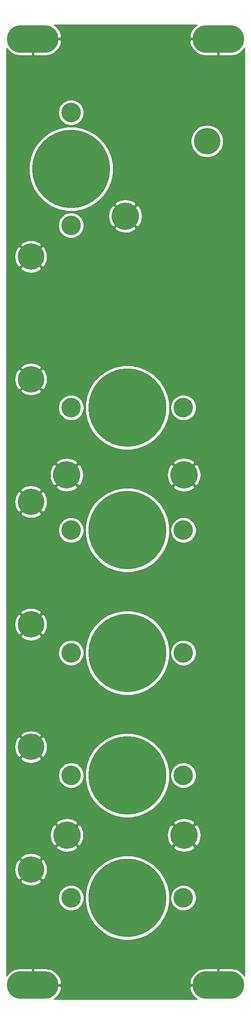
<source format=gbr>
G04 #@! TF.GenerationSoftware,KiCad,Pcbnew,(5.1.7)-1*
G04 #@! TF.CreationDate,2021-12-31T12:27:06+00:00*
G04 #@! TF.ProjectId,Panel,50616e65-6c2e-46b6-9963-61645f706362,rev?*
G04 #@! TF.SameCoordinates,Original*
G04 #@! TF.FileFunction,Copper,L2,Bot*
G04 #@! TF.FilePolarity,Positive*
%FSLAX46Y46*%
G04 Gerber Fmt 4.6, Leading zero omitted, Abs format (unit mm)*
G04 Created by KiCad (PCBNEW (5.1.7)-1) date 2021-12-31 12:27:06*
%MOMM*%
%LPD*%
G01*
G04 APERTURE LIST*
G04 #@! TA.AperFunction,ComponentPad*
%ADD10C,5.600000*%
G04 #@! TD*
G04 #@! TA.AperFunction,ComponentPad*
%ADD11C,4.000000*%
G04 #@! TD*
G04 #@! TA.AperFunction,ComponentPad*
%ADD12C,16.000000*%
G04 #@! TD*
G04 #@! TA.AperFunction,ComponentPad*
%ADD13C,5.400000*%
G04 #@! TD*
G04 #@! TA.AperFunction,ComponentPad*
%ADD14O,10.600000X5.600000*%
G04 #@! TD*
G04 #@! TA.AperFunction,Conductor*
%ADD15C,0.254000*%
G04 #@! TD*
G04 #@! TA.AperFunction,Conductor*
%ADD16C,0.100000*%
G04 #@! TD*
G04 APERTURE END LIST*
D10*
X171350000Y-121380000D03*
X171330000Y-47890000D03*
D11*
X148220000Y-134180000D03*
X171220000Y-134180000D03*
D12*
X159720000Y-134180000D03*
X159720000Y-109180000D03*
D11*
X171220000Y-109180000D03*
X148220000Y-109180000D03*
D12*
X159720000Y-84180000D03*
D11*
X171220000Y-84180000D03*
X148220000Y-84180000D03*
X148220000Y-59180000D03*
X171220000Y-59180000D03*
D12*
X159720000Y-59180000D03*
X159720000Y-34180000D03*
D11*
X171220000Y-34180000D03*
X148220000Y-34180000D03*
X148210000Y3010000D03*
X148210000Y26010000D03*
D12*
X148210000Y14510000D03*
D13*
X140010000Y-78380000D03*
X140010000Y-128380000D03*
X140010000Y-103380000D03*
X140010000Y-53380000D03*
X140010000Y-28380000D03*
X176060000Y20180000D03*
X140010000Y-3380000D03*
D10*
X147350000Y-121380000D03*
X147330000Y-47890000D03*
X159330000Y4900000D03*
D14*
X140362000Y-151962000D03*
X178362000Y-151962000D03*
X178362000Y41038000D03*
X140362000Y41038000D03*
D15*
X173848020Y43823540D02*
X173343286Y43377109D01*
X172935345Y42840787D01*
X172639874Y42235185D01*
X172491478Y41700421D01*
X172588212Y41165000D01*
X178235000Y41165000D01*
X178235000Y41185000D01*
X178489000Y41185000D01*
X178489000Y41165000D01*
X178509000Y41165000D01*
X178509000Y40911000D01*
X178489000Y40911000D01*
X178489000Y37603000D01*
X180989000Y37603000D01*
X181656695Y37693779D01*
X182293850Y37913075D01*
X182875980Y38252460D01*
X183380714Y38698891D01*
X183702001Y39121289D01*
X183702000Y-150045287D01*
X183380714Y-149622891D01*
X182875980Y-149176460D01*
X182293850Y-148837075D01*
X181656695Y-148617779D01*
X180989000Y-148527000D01*
X178489000Y-148527000D01*
X178489000Y-151835000D01*
X178509000Y-151835000D01*
X178509000Y-152089000D01*
X178489000Y-152089000D01*
X178489000Y-152109000D01*
X178235000Y-152109000D01*
X178235000Y-152089000D01*
X172588212Y-152089000D01*
X172491478Y-152624421D01*
X172639874Y-153159185D01*
X172935345Y-153764787D01*
X173343286Y-154301109D01*
X173848020Y-154747540D01*
X173941432Y-154802000D01*
X144782568Y-154802000D01*
X144875980Y-154747540D01*
X145380714Y-154301109D01*
X145788655Y-153764787D01*
X146084126Y-153159185D01*
X146232522Y-152624421D01*
X146135788Y-152089000D01*
X140489000Y-152089000D01*
X140489000Y-152109000D01*
X140235000Y-152109000D01*
X140235000Y-152089000D01*
X140215000Y-152089000D01*
X140215000Y-151835000D01*
X140235000Y-151835000D01*
X140235000Y-148527000D01*
X140489000Y-148527000D01*
X140489000Y-151835000D01*
X146135788Y-151835000D01*
X146232522Y-151299579D01*
X172491478Y-151299579D01*
X172588212Y-151835000D01*
X178235000Y-151835000D01*
X178235000Y-148527000D01*
X175735000Y-148527000D01*
X175067305Y-148617779D01*
X174430150Y-148837075D01*
X173848020Y-149176460D01*
X173343286Y-149622891D01*
X172935345Y-150159213D01*
X172639874Y-150764815D01*
X172491478Y-151299579D01*
X146232522Y-151299579D01*
X146084126Y-150764815D01*
X145788655Y-150159213D01*
X145380714Y-149622891D01*
X144875980Y-149176460D01*
X144293850Y-148837075D01*
X143656695Y-148617779D01*
X142989000Y-148527000D01*
X140489000Y-148527000D01*
X140235000Y-148527000D01*
X137735000Y-148527000D01*
X137067305Y-148617779D01*
X136430150Y-148837075D01*
X135848020Y-149176460D01*
X135343286Y-149622891D01*
X135022000Y-150045287D01*
X135022000Y-133920475D01*
X145585000Y-133920475D01*
X145585000Y-134439525D01*
X145686261Y-134948601D01*
X145884893Y-135428141D01*
X146173262Y-135859715D01*
X146540285Y-136226738D01*
X146971859Y-136515107D01*
X147451399Y-136713739D01*
X147960475Y-136815000D01*
X148479525Y-136815000D01*
X148988601Y-136713739D01*
X149468141Y-136515107D01*
X149899715Y-136226738D01*
X150266738Y-135859715D01*
X150555107Y-135428141D01*
X150753739Y-134948601D01*
X150855000Y-134439525D01*
X150855000Y-133920475D01*
X150753739Y-133411399D01*
X150719827Y-133329527D01*
X151085000Y-133329527D01*
X151085000Y-135030473D01*
X151416838Y-136698737D01*
X152067762Y-138270206D01*
X153012758Y-139684492D01*
X154215508Y-140887242D01*
X155629794Y-141832238D01*
X157201263Y-142483162D01*
X158869527Y-142815000D01*
X160570473Y-142815000D01*
X162238737Y-142483162D01*
X163810206Y-141832238D01*
X165224492Y-140887242D01*
X166427242Y-139684492D01*
X167372238Y-138270206D01*
X168023162Y-136698737D01*
X168355000Y-135030473D01*
X168355000Y-133920475D01*
X168585000Y-133920475D01*
X168585000Y-134439525D01*
X168686261Y-134948601D01*
X168884893Y-135428141D01*
X169173262Y-135859715D01*
X169540285Y-136226738D01*
X169971859Y-136515107D01*
X170451399Y-136713739D01*
X170960475Y-136815000D01*
X171479525Y-136815000D01*
X171988601Y-136713739D01*
X172468141Y-136515107D01*
X172899715Y-136226738D01*
X173266738Y-135859715D01*
X173555107Y-135428141D01*
X173753739Y-134948601D01*
X173855000Y-134439525D01*
X173855000Y-133920475D01*
X173753739Y-133411399D01*
X173555107Y-132931859D01*
X173266738Y-132500285D01*
X172899715Y-132133262D01*
X172468141Y-131844893D01*
X171988601Y-131646261D01*
X171479525Y-131545000D01*
X170960475Y-131545000D01*
X170451399Y-131646261D01*
X169971859Y-131844893D01*
X169540285Y-132133262D01*
X169173262Y-132500285D01*
X168884893Y-132931859D01*
X168686261Y-133411399D01*
X168585000Y-133920475D01*
X168355000Y-133920475D01*
X168355000Y-133329527D01*
X168023162Y-131661263D01*
X167372238Y-130089794D01*
X166427242Y-128675508D01*
X165224492Y-127472758D01*
X163810206Y-126527762D01*
X162238737Y-125876838D01*
X160570473Y-125545000D01*
X158869527Y-125545000D01*
X157201263Y-125876838D01*
X155629794Y-126527762D01*
X154215508Y-127472758D01*
X153012758Y-128675508D01*
X152067762Y-130089794D01*
X151416838Y-131661263D01*
X151085000Y-133329527D01*
X150719827Y-133329527D01*
X150555107Y-132931859D01*
X150266738Y-132500285D01*
X149899715Y-132133262D01*
X149468141Y-131844893D01*
X148988601Y-131646261D01*
X148479525Y-131545000D01*
X147960475Y-131545000D01*
X147451399Y-131646261D01*
X146971859Y-131844893D01*
X146540285Y-132133262D01*
X146173262Y-132500285D01*
X145884893Y-132931859D01*
X145686261Y-133411399D01*
X145585000Y-133920475D01*
X135022000Y-133920475D01*
X135022000Y-130725374D01*
X137844231Y-130725374D01*
X138144411Y-131163828D01*
X138723356Y-131474296D01*
X139351746Y-131665852D01*
X140005431Y-131731134D01*
X140659293Y-131667634D01*
X141288203Y-131477792D01*
X141867992Y-131168904D01*
X141875589Y-131163828D01*
X142175769Y-130725374D01*
X140010000Y-128559605D01*
X137844231Y-130725374D01*
X135022000Y-130725374D01*
X135022000Y-128375431D01*
X136658866Y-128375431D01*
X136722366Y-129029293D01*
X136912208Y-129658203D01*
X137221096Y-130237992D01*
X137226172Y-130245589D01*
X137664626Y-130545769D01*
X139830395Y-128380000D01*
X140189605Y-128380000D01*
X142355374Y-130545769D01*
X142793828Y-130245589D01*
X143104296Y-129666644D01*
X143295852Y-129038254D01*
X143361134Y-128384569D01*
X143297634Y-127730707D01*
X143107792Y-127101797D01*
X142798904Y-126522008D01*
X142793828Y-126514411D01*
X142355374Y-126214231D01*
X140189605Y-128380000D01*
X139830395Y-128380000D01*
X137664626Y-126214231D01*
X137226172Y-126514411D01*
X136915704Y-127093356D01*
X136724148Y-127721746D01*
X136658866Y-128375431D01*
X135022000Y-128375431D01*
X135022000Y-126034626D01*
X137844231Y-126034626D01*
X140010000Y-128200395D01*
X142175769Y-126034626D01*
X141875589Y-125596172D01*
X141296644Y-125285704D01*
X140668254Y-125094148D01*
X140014569Y-125028866D01*
X139360707Y-125092366D01*
X138731797Y-125282208D01*
X138152008Y-125591096D01*
X138144411Y-125596172D01*
X137844231Y-126034626D01*
X135022000Y-126034626D01*
X135022000Y-123796481D01*
X145113124Y-123796481D01*
X145425308Y-124245177D01*
X146021259Y-124565612D01*
X146668273Y-124763626D01*
X147341484Y-124831610D01*
X148015023Y-124766949D01*
X148663006Y-124572130D01*
X149260530Y-124254639D01*
X149274692Y-124245177D01*
X149586876Y-123796481D01*
X169113124Y-123796481D01*
X169425308Y-124245177D01*
X170021259Y-124565612D01*
X170668273Y-124763626D01*
X171341484Y-124831610D01*
X172015023Y-124766949D01*
X172663006Y-124572130D01*
X173260530Y-124254639D01*
X173274692Y-124245177D01*
X173586876Y-123796481D01*
X171350000Y-121559605D01*
X169113124Y-123796481D01*
X149586876Y-123796481D01*
X147350000Y-121559605D01*
X145113124Y-123796481D01*
X135022000Y-123796481D01*
X135022000Y-121371484D01*
X143898390Y-121371484D01*
X143963051Y-122045023D01*
X144157870Y-122693006D01*
X144475361Y-123290530D01*
X144484823Y-123304692D01*
X144933519Y-123616876D01*
X147170395Y-121380000D01*
X147529605Y-121380000D01*
X149766481Y-123616876D01*
X150215177Y-123304692D01*
X150535612Y-122708741D01*
X150733626Y-122061727D01*
X150801610Y-121388516D01*
X150799975Y-121371484D01*
X167898390Y-121371484D01*
X167963051Y-122045023D01*
X168157870Y-122693006D01*
X168475361Y-123290530D01*
X168484823Y-123304692D01*
X168933519Y-123616876D01*
X171170395Y-121380000D01*
X171529605Y-121380000D01*
X173766481Y-123616876D01*
X174215177Y-123304692D01*
X174535612Y-122708741D01*
X174733626Y-122061727D01*
X174801610Y-121388516D01*
X174736949Y-120714977D01*
X174542130Y-120066994D01*
X174224639Y-119469470D01*
X174215177Y-119455308D01*
X173766481Y-119143124D01*
X171529605Y-121380000D01*
X171170395Y-121380000D01*
X168933519Y-119143124D01*
X168484823Y-119455308D01*
X168164388Y-120051259D01*
X167966374Y-120698273D01*
X167898390Y-121371484D01*
X150799975Y-121371484D01*
X150736949Y-120714977D01*
X150542130Y-120066994D01*
X150224639Y-119469470D01*
X150215177Y-119455308D01*
X149766481Y-119143124D01*
X147529605Y-121380000D01*
X147170395Y-121380000D01*
X144933519Y-119143124D01*
X144484823Y-119455308D01*
X144164388Y-120051259D01*
X143966374Y-120698273D01*
X143898390Y-121371484D01*
X135022000Y-121371484D01*
X135022000Y-118963519D01*
X145113124Y-118963519D01*
X147350000Y-121200395D01*
X149586876Y-118963519D01*
X169113124Y-118963519D01*
X171350000Y-121200395D01*
X173586876Y-118963519D01*
X173274692Y-118514823D01*
X172678741Y-118194388D01*
X172031727Y-117996374D01*
X171358516Y-117928390D01*
X170684977Y-117993051D01*
X170036994Y-118187870D01*
X169439470Y-118505361D01*
X169425308Y-118514823D01*
X169113124Y-118963519D01*
X149586876Y-118963519D01*
X149274692Y-118514823D01*
X148678741Y-118194388D01*
X148031727Y-117996374D01*
X147358516Y-117928390D01*
X146684977Y-117993051D01*
X146036994Y-118187870D01*
X145439470Y-118505361D01*
X145425308Y-118514823D01*
X145113124Y-118963519D01*
X135022000Y-118963519D01*
X135022000Y-108920475D01*
X145585000Y-108920475D01*
X145585000Y-109439525D01*
X145686261Y-109948601D01*
X145884893Y-110428141D01*
X146173262Y-110859715D01*
X146540285Y-111226738D01*
X146971859Y-111515107D01*
X147451399Y-111713739D01*
X147960475Y-111815000D01*
X148479525Y-111815000D01*
X148988601Y-111713739D01*
X149468141Y-111515107D01*
X149899715Y-111226738D01*
X150266738Y-110859715D01*
X150555107Y-110428141D01*
X150753739Y-109948601D01*
X150855000Y-109439525D01*
X150855000Y-108920475D01*
X150753739Y-108411399D01*
X150719827Y-108329527D01*
X151085000Y-108329527D01*
X151085000Y-110030473D01*
X151416838Y-111698737D01*
X152067762Y-113270206D01*
X153012758Y-114684492D01*
X154215508Y-115887242D01*
X155629794Y-116832238D01*
X157201263Y-117483162D01*
X158869527Y-117815000D01*
X160570473Y-117815000D01*
X162238737Y-117483162D01*
X163810206Y-116832238D01*
X165224492Y-115887242D01*
X166427242Y-114684492D01*
X167372238Y-113270206D01*
X168023162Y-111698737D01*
X168355000Y-110030473D01*
X168355000Y-108920475D01*
X168585000Y-108920475D01*
X168585000Y-109439525D01*
X168686261Y-109948601D01*
X168884893Y-110428141D01*
X169173262Y-110859715D01*
X169540285Y-111226738D01*
X169971859Y-111515107D01*
X170451399Y-111713739D01*
X170960475Y-111815000D01*
X171479525Y-111815000D01*
X171988601Y-111713739D01*
X172468141Y-111515107D01*
X172899715Y-111226738D01*
X173266738Y-110859715D01*
X173555107Y-110428141D01*
X173753739Y-109948601D01*
X173855000Y-109439525D01*
X173855000Y-108920475D01*
X173753739Y-108411399D01*
X173555107Y-107931859D01*
X173266738Y-107500285D01*
X172899715Y-107133262D01*
X172468141Y-106844893D01*
X171988601Y-106646261D01*
X171479525Y-106545000D01*
X170960475Y-106545000D01*
X170451399Y-106646261D01*
X169971859Y-106844893D01*
X169540285Y-107133262D01*
X169173262Y-107500285D01*
X168884893Y-107931859D01*
X168686261Y-108411399D01*
X168585000Y-108920475D01*
X168355000Y-108920475D01*
X168355000Y-108329527D01*
X168023162Y-106661263D01*
X167372238Y-105089794D01*
X166427242Y-103675508D01*
X165224492Y-102472758D01*
X163810206Y-101527762D01*
X162238737Y-100876838D01*
X160570473Y-100545000D01*
X158869527Y-100545000D01*
X157201263Y-100876838D01*
X155629794Y-101527762D01*
X154215508Y-102472758D01*
X153012758Y-103675508D01*
X152067762Y-105089794D01*
X151416838Y-106661263D01*
X151085000Y-108329527D01*
X150719827Y-108329527D01*
X150555107Y-107931859D01*
X150266738Y-107500285D01*
X149899715Y-107133262D01*
X149468141Y-106844893D01*
X148988601Y-106646261D01*
X148479525Y-106545000D01*
X147960475Y-106545000D01*
X147451399Y-106646261D01*
X146971859Y-106844893D01*
X146540285Y-107133262D01*
X146173262Y-107500285D01*
X145884893Y-107931859D01*
X145686261Y-108411399D01*
X145585000Y-108920475D01*
X135022000Y-108920475D01*
X135022000Y-105725374D01*
X137844231Y-105725374D01*
X138144411Y-106163828D01*
X138723356Y-106474296D01*
X139351746Y-106665852D01*
X140005431Y-106731134D01*
X140659293Y-106667634D01*
X141288203Y-106477792D01*
X141867992Y-106168904D01*
X141875589Y-106163828D01*
X142175769Y-105725374D01*
X140010000Y-103559605D01*
X137844231Y-105725374D01*
X135022000Y-105725374D01*
X135022000Y-103375431D01*
X136658866Y-103375431D01*
X136722366Y-104029293D01*
X136912208Y-104658203D01*
X137221096Y-105237992D01*
X137226172Y-105245589D01*
X137664626Y-105545769D01*
X139830395Y-103380000D01*
X140189605Y-103380000D01*
X142355374Y-105545769D01*
X142793828Y-105245589D01*
X143104296Y-104666644D01*
X143295852Y-104038254D01*
X143361134Y-103384569D01*
X143297634Y-102730707D01*
X143107792Y-102101797D01*
X142798904Y-101522008D01*
X142793828Y-101514411D01*
X142355374Y-101214231D01*
X140189605Y-103380000D01*
X139830395Y-103380000D01*
X137664626Y-101214231D01*
X137226172Y-101514411D01*
X136915704Y-102093356D01*
X136724148Y-102721746D01*
X136658866Y-103375431D01*
X135022000Y-103375431D01*
X135022000Y-101034626D01*
X137844231Y-101034626D01*
X140010000Y-103200395D01*
X142175769Y-101034626D01*
X141875589Y-100596172D01*
X141296644Y-100285704D01*
X140668254Y-100094148D01*
X140014569Y-100028866D01*
X139360707Y-100092366D01*
X138731797Y-100282208D01*
X138152008Y-100591096D01*
X138144411Y-100596172D01*
X137844231Y-101034626D01*
X135022000Y-101034626D01*
X135022000Y-83920475D01*
X145585000Y-83920475D01*
X145585000Y-84439525D01*
X145686261Y-84948601D01*
X145884893Y-85428141D01*
X146173262Y-85859715D01*
X146540285Y-86226738D01*
X146971859Y-86515107D01*
X147451399Y-86713739D01*
X147960475Y-86815000D01*
X148479525Y-86815000D01*
X148988601Y-86713739D01*
X149468141Y-86515107D01*
X149899715Y-86226738D01*
X150266738Y-85859715D01*
X150555107Y-85428141D01*
X150753739Y-84948601D01*
X150855000Y-84439525D01*
X150855000Y-83920475D01*
X150753739Y-83411399D01*
X150719827Y-83329527D01*
X151085000Y-83329527D01*
X151085000Y-85030473D01*
X151416838Y-86698737D01*
X152067762Y-88270206D01*
X153012758Y-89684492D01*
X154215508Y-90887242D01*
X155629794Y-91832238D01*
X157201263Y-92483162D01*
X158869527Y-92815000D01*
X160570473Y-92815000D01*
X162238737Y-92483162D01*
X163810206Y-91832238D01*
X165224492Y-90887242D01*
X166427242Y-89684492D01*
X167372238Y-88270206D01*
X168023162Y-86698737D01*
X168355000Y-85030473D01*
X168355000Y-83920475D01*
X168585000Y-83920475D01*
X168585000Y-84439525D01*
X168686261Y-84948601D01*
X168884893Y-85428141D01*
X169173262Y-85859715D01*
X169540285Y-86226738D01*
X169971859Y-86515107D01*
X170451399Y-86713739D01*
X170960475Y-86815000D01*
X171479525Y-86815000D01*
X171988601Y-86713739D01*
X172468141Y-86515107D01*
X172899715Y-86226738D01*
X173266738Y-85859715D01*
X173555107Y-85428141D01*
X173753739Y-84948601D01*
X173855000Y-84439525D01*
X173855000Y-83920475D01*
X173753739Y-83411399D01*
X173555107Y-82931859D01*
X173266738Y-82500285D01*
X172899715Y-82133262D01*
X172468141Y-81844893D01*
X171988601Y-81646261D01*
X171479525Y-81545000D01*
X170960475Y-81545000D01*
X170451399Y-81646261D01*
X169971859Y-81844893D01*
X169540285Y-82133262D01*
X169173262Y-82500285D01*
X168884893Y-82931859D01*
X168686261Y-83411399D01*
X168585000Y-83920475D01*
X168355000Y-83920475D01*
X168355000Y-83329527D01*
X168023162Y-81661263D01*
X167372238Y-80089794D01*
X166427242Y-78675508D01*
X165224492Y-77472758D01*
X163810206Y-76527762D01*
X162238737Y-75876838D01*
X160570473Y-75545000D01*
X158869527Y-75545000D01*
X157201263Y-75876838D01*
X155629794Y-76527762D01*
X154215508Y-77472758D01*
X153012758Y-78675508D01*
X152067762Y-80089794D01*
X151416838Y-81661263D01*
X151085000Y-83329527D01*
X150719827Y-83329527D01*
X150555107Y-82931859D01*
X150266738Y-82500285D01*
X149899715Y-82133262D01*
X149468141Y-81844893D01*
X148988601Y-81646261D01*
X148479525Y-81545000D01*
X147960475Y-81545000D01*
X147451399Y-81646261D01*
X146971859Y-81844893D01*
X146540285Y-82133262D01*
X146173262Y-82500285D01*
X145884893Y-82931859D01*
X145686261Y-83411399D01*
X145585000Y-83920475D01*
X135022000Y-83920475D01*
X135022000Y-80725374D01*
X137844231Y-80725374D01*
X138144411Y-81163828D01*
X138723356Y-81474296D01*
X139351746Y-81665852D01*
X140005431Y-81731134D01*
X140659293Y-81667634D01*
X141288203Y-81477792D01*
X141867992Y-81168904D01*
X141875589Y-81163828D01*
X142175769Y-80725374D01*
X140010000Y-78559605D01*
X137844231Y-80725374D01*
X135022000Y-80725374D01*
X135022000Y-78375431D01*
X136658866Y-78375431D01*
X136722366Y-79029293D01*
X136912208Y-79658203D01*
X137221096Y-80237992D01*
X137226172Y-80245589D01*
X137664626Y-80545769D01*
X139830395Y-78380000D01*
X140189605Y-78380000D01*
X142355374Y-80545769D01*
X142793828Y-80245589D01*
X143104296Y-79666644D01*
X143295852Y-79038254D01*
X143361134Y-78384569D01*
X143297634Y-77730707D01*
X143107792Y-77101797D01*
X142798904Y-76522008D01*
X142793828Y-76514411D01*
X142355374Y-76214231D01*
X140189605Y-78380000D01*
X139830395Y-78380000D01*
X137664626Y-76214231D01*
X137226172Y-76514411D01*
X136915704Y-77093356D01*
X136724148Y-77721746D01*
X136658866Y-78375431D01*
X135022000Y-78375431D01*
X135022000Y-76034626D01*
X137844231Y-76034626D01*
X140010000Y-78200395D01*
X142175769Y-76034626D01*
X141875589Y-75596172D01*
X141296644Y-75285704D01*
X140668254Y-75094148D01*
X140014569Y-75028866D01*
X139360707Y-75092366D01*
X138731797Y-75282208D01*
X138152008Y-75591096D01*
X138144411Y-75596172D01*
X137844231Y-76034626D01*
X135022000Y-76034626D01*
X135022000Y-58920475D01*
X145585000Y-58920475D01*
X145585000Y-59439525D01*
X145686261Y-59948601D01*
X145884893Y-60428141D01*
X146173262Y-60859715D01*
X146540285Y-61226738D01*
X146971859Y-61515107D01*
X147451399Y-61713739D01*
X147960475Y-61815000D01*
X148479525Y-61815000D01*
X148988601Y-61713739D01*
X149468141Y-61515107D01*
X149899715Y-61226738D01*
X150266738Y-60859715D01*
X150555107Y-60428141D01*
X150753739Y-59948601D01*
X150855000Y-59439525D01*
X150855000Y-58920475D01*
X150753739Y-58411399D01*
X150719827Y-58329527D01*
X151085000Y-58329527D01*
X151085000Y-60030473D01*
X151416838Y-61698737D01*
X152067762Y-63270206D01*
X153012758Y-64684492D01*
X154215508Y-65887242D01*
X155629794Y-66832238D01*
X157201263Y-67483162D01*
X158869527Y-67815000D01*
X160570473Y-67815000D01*
X162238737Y-67483162D01*
X163810206Y-66832238D01*
X165224492Y-65887242D01*
X166427242Y-64684492D01*
X167372238Y-63270206D01*
X168023162Y-61698737D01*
X168355000Y-60030473D01*
X168355000Y-58920475D01*
X168585000Y-58920475D01*
X168585000Y-59439525D01*
X168686261Y-59948601D01*
X168884893Y-60428141D01*
X169173262Y-60859715D01*
X169540285Y-61226738D01*
X169971859Y-61515107D01*
X170451399Y-61713739D01*
X170960475Y-61815000D01*
X171479525Y-61815000D01*
X171988601Y-61713739D01*
X172468141Y-61515107D01*
X172899715Y-61226738D01*
X173266738Y-60859715D01*
X173555107Y-60428141D01*
X173753739Y-59948601D01*
X173855000Y-59439525D01*
X173855000Y-58920475D01*
X173753739Y-58411399D01*
X173555107Y-57931859D01*
X173266738Y-57500285D01*
X172899715Y-57133262D01*
X172468141Y-56844893D01*
X171988601Y-56646261D01*
X171479525Y-56545000D01*
X170960475Y-56545000D01*
X170451399Y-56646261D01*
X169971859Y-56844893D01*
X169540285Y-57133262D01*
X169173262Y-57500285D01*
X168884893Y-57931859D01*
X168686261Y-58411399D01*
X168585000Y-58920475D01*
X168355000Y-58920475D01*
X168355000Y-58329527D01*
X168023162Y-56661263D01*
X167372238Y-55089794D01*
X166427242Y-53675508D01*
X165224492Y-52472758D01*
X163810206Y-51527762D01*
X162238737Y-50876838D01*
X160570473Y-50545000D01*
X158869527Y-50545000D01*
X157201263Y-50876838D01*
X155629794Y-51527762D01*
X154215508Y-52472758D01*
X153012758Y-53675508D01*
X152067762Y-55089794D01*
X151416838Y-56661263D01*
X151085000Y-58329527D01*
X150719827Y-58329527D01*
X150555107Y-57931859D01*
X150266738Y-57500285D01*
X149899715Y-57133262D01*
X149468141Y-56844893D01*
X148988601Y-56646261D01*
X148479525Y-56545000D01*
X147960475Y-56545000D01*
X147451399Y-56646261D01*
X146971859Y-56844893D01*
X146540285Y-57133262D01*
X146173262Y-57500285D01*
X145884893Y-57931859D01*
X145686261Y-58411399D01*
X145585000Y-58920475D01*
X135022000Y-58920475D01*
X135022000Y-55725374D01*
X137844231Y-55725374D01*
X138144411Y-56163828D01*
X138723356Y-56474296D01*
X139351746Y-56665852D01*
X140005431Y-56731134D01*
X140659293Y-56667634D01*
X141288203Y-56477792D01*
X141867992Y-56168904D01*
X141875589Y-56163828D01*
X142175769Y-55725374D01*
X140010000Y-53559605D01*
X137844231Y-55725374D01*
X135022000Y-55725374D01*
X135022000Y-53375431D01*
X136658866Y-53375431D01*
X136722366Y-54029293D01*
X136912208Y-54658203D01*
X137221096Y-55237992D01*
X137226172Y-55245589D01*
X137664626Y-55545769D01*
X139830395Y-53380000D01*
X140189605Y-53380000D01*
X142355374Y-55545769D01*
X142793828Y-55245589D01*
X143104296Y-54666644D01*
X143295852Y-54038254D01*
X143361134Y-53384569D01*
X143297634Y-52730707D01*
X143107792Y-52101797D01*
X142798904Y-51522008D01*
X142793828Y-51514411D01*
X142355374Y-51214231D01*
X140189605Y-53380000D01*
X139830395Y-53380000D01*
X137664626Y-51214231D01*
X137226172Y-51514411D01*
X136915704Y-52093356D01*
X136724148Y-52721746D01*
X136658866Y-53375431D01*
X135022000Y-53375431D01*
X135022000Y-51034626D01*
X137844231Y-51034626D01*
X140010000Y-53200395D01*
X142175769Y-51034626D01*
X141875589Y-50596172D01*
X141335388Y-50306481D01*
X145093124Y-50306481D01*
X145405308Y-50755177D01*
X146001259Y-51075612D01*
X146648273Y-51273626D01*
X147321484Y-51341610D01*
X147995023Y-51276949D01*
X148643006Y-51082130D01*
X149240530Y-50764639D01*
X149254692Y-50755177D01*
X149566876Y-50306481D01*
X169093124Y-50306481D01*
X169405308Y-50755177D01*
X170001259Y-51075612D01*
X170648273Y-51273626D01*
X171321484Y-51341610D01*
X171995023Y-51276949D01*
X172643006Y-51082130D01*
X173240530Y-50764639D01*
X173254692Y-50755177D01*
X173566876Y-50306481D01*
X171330000Y-48069605D01*
X169093124Y-50306481D01*
X149566876Y-50306481D01*
X147330000Y-48069605D01*
X145093124Y-50306481D01*
X141335388Y-50306481D01*
X141296644Y-50285704D01*
X140668254Y-50094148D01*
X140014569Y-50028866D01*
X139360707Y-50092366D01*
X138731797Y-50282208D01*
X138152008Y-50591096D01*
X138144411Y-50596172D01*
X137844231Y-51034626D01*
X135022000Y-51034626D01*
X135022000Y-47881484D01*
X143878390Y-47881484D01*
X143943051Y-48555023D01*
X144137870Y-49203006D01*
X144455361Y-49800530D01*
X144464823Y-49814692D01*
X144913519Y-50126876D01*
X147150395Y-47890000D01*
X147509605Y-47890000D01*
X149746481Y-50126876D01*
X150195177Y-49814692D01*
X150515612Y-49218741D01*
X150713626Y-48571727D01*
X150781610Y-47898516D01*
X150779975Y-47881484D01*
X167878390Y-47881484D01*
X167943051Y-48555023D01*
X168137870Y-49203006D01*
X168455361Y-49800530D01*
X168464823Y-49814692D01*
X168913519Y-50126876D01*
X171150395Y-47890000D01*
X171509605Y-47890000D01*
X173746481Y-50126876D01*
X174195177Y-49814692D01*
X174515612Y-49218741D01*
X174713626Y-48571727D01*
X174781610Y-47898516D01*
X174716949Y-47224977D01*
X174522130Y-46576994D01*
X174204639Y-45979470D01*
X174195177Y-45965308D01*
X173746481Y-45653124D01*
X171509605Y-47890000D01*
X171150395Y-47890000D01*
X168913519Y-45653124D01*
X168464823Y-45965308D01*
X168144388Y-46561259D01*
X167946374Y-47208273D01*
X167878390Y-47881484D01*
X150779975Y-47881484D01*
X150716949Y-47224977D01*
X150522130Y-46576994D01*
X150204639Y-45979470D01*
X150195177Y-45965308D01*
X149746481Y-45653124D01*
X147509605Y-47890000D01*
X147150395Y-47890000D01*
X144913519Y-45653124D01*
X144464823Y-45965308D01*
X144144388Y-46561259D01*
X143946374Y-47208273D01*
X143878390Y-47881484D01*
X135022000Y-47881484D01*
X135022000Y-45473519D01*
X145093124Y-45473519D01*
X147330000Y-47710395D01*
X149566876Y-45473519D01*
X169093124Y-45473519D01*
X171330000Y-47710395D01*
X173566876Y-45473519D01*
X173254692Y-45024823D01*
X172658741Y-44704388D01*
X172011727Y-44506374D01*
X171338516Y-44438390D01*
X170664977Y-44503051D01*
X170016994Y-44697870D01*
X169419470Y-45015361D01*
X169405308Y-45024823D01*
X169093124Y-45473519D01*
X149566876Y-45473519D01*
X149254692Y-45024823D01*
X148658741Y-44704388D01*
X148011727Y-44506374D01*
X147338516Y-44438390D01*
X146664977Y-44503051D01*
X146016994Y-44697870D01*
X145419470Y-45015361D01*
X145405308Y-45024823D01*
X145093124Y-45473519D01*
X135022000Y-45473519D01*
X135022000Y-33920475D01*
X145585000Y-33920475D01*
X145585000Y-34439525D01*
X145686261Y-34948601D01*
X145884893Y-35428141D01*
X146173262Y-35859715D01*
X146540285Y-36226738D01*
X146971859Y-36515107D01*
X147451399Y-36713739D01*
X147960475Y-36815000D01*
X148479525Y-36815000D01*
X148988601Y-36713739D01*
X149468141Y-36515107D01*
X149899715Y-36226738D01*
X150266738Y-35859715D01*
X150555107Y-35428141D01*
X150753739Y-34948601D01*
X150855000Y-34439525D01*
X150855000Y-33920475D01*
X150753739Y-33411399D01*
X150719827Y-33329527D01*
X151085000Y-33329527D01*
X151085000Y-35030473D01*
X151416838Y-36698737D01*
X152067762Y-38270206D01*
X153012758Y-39684492D01*
X154215508Y-40887242D01*
X155629794Y-41832238D01*
X157201263Y-42483162D01*
X158869527Y-42815000D01*
X160570473Y-42815000D01*
X162238737Y-42483162D01*
X163810206Y-41832238D01*
X165224492Y-40887242D01*
X166427242Y-39684492D01*
X167372238Y-38270206D01*
X168023162Y-36698737D01*
X168355000Y-35030473D01*
X168355000Y-33920475D01*
X168585000Y-33920475D01*
X168585000Y-34439525D01*
X168686261Y-34948601D01*
X168884893Y-35428141D01*
X169173262Y-35859715D01*
X169540285Y-36226738D01*
X169971859Y-36515107D01*
X170451399Y-36713739D01*
X170960475Y-36815000D01*
X171479525Y-36815000D01*
X171988601Y-36713739D01*
X172468141Y-36515107D01*
X172899715Y-36226738D01*
X173266738Y-35859715D01*
X173555107Y-35428141D01*
X173753739Y-34948601D01*
X173855000Y-34439525D01*
X173855000Y-33920475D01*
X173753739Y-33411399D01*
X173555107Y-32931859D01*
X173266738Y-32500285D01*
X172899715Y-32133262D01*
X172468141Y-31844893D01*
X171988601Y-31646261D01*
X171479525Y-31545000D01*
X170960475Y-31545000D01*
X170451399Y-31646261D01*
X169971859Y-31844893D01*
X169540285Y-32133262D01*
X169173262Y-32500285D01*
X168884893Y-32931859D01*
X168686261Y-33411399D01*
X168585000Y-33920475D01*
X168355000Y-33920475D01*
X168355000Y-33329527D01*
X168023162Y-31661263D01*
X167372238Y-30089794D01*
X166427242Y-28675508D01*
X165224492Y-27472758D01*
X163810206Y-26527762D01*
X162238737Y-25876838D01*
X160570473Y-25545000D01*
X158869527Y-25545000D01*
X157201263Y-25876838D01*
X155629794Y-26527762D01*
X154215508Y-27472758D01*
X153012758Y-28675508D01*
X152067762Y-30089794D01*
X151416838Y-31661263D01*
X151085000Y-33329527D01*
X150719827Y-33329527D01*
X150555107Y-32931859D01*
X150266738Y-32500285D01*
X149899715Y-32133262D01*
X149468141Y-31844893D01*
X148988601Y-31646261D01*
X148479525Y-31545000D01*
X147960475Y-31545000D01*
X147451399Y-31646261D01*
X146971859Y-31844893D01*
X146540285Y-32133262D01*
X146173262Y-32500285D01*
X145884893Y-32931859D01*
X145686261Y-33411399D01*
X145585000Y-33920475D01*
X135022000Y-33920475D01*
X135022000Y-30725374D01*
X137844231Y-30725374D01*
X138144411Y-31163828D01*
X138723356Y-31474296D01*
X139351746Y-31665852D01*
X140005431Y-31731134D01*
X140659293Y-31667634D01*
X141288203Y-31477792D01*
X141867992Y-31168904D01*
X141875589Y-31163828D01*
X142175769Y-30725374D01*
X140010000Y-28559605D01*
X137844231Y-30725374D01*
X135022000Y-30725374D01*
X135022000Y-28375431D01*
X136658866Y-28375431D01*
X136722366Y-29029293D01*
X136912208Y-29658203D01*
X137221096Y-30237992D01*
X137226172Y-30245589D01*
X137664626Y-30545769D01*
X139830395Y-28380000D01*
X140189605Y-28380000D01*
X142355374Y-30545769D01*
X142793828Y-30245589D01*
X143104296Y-29666644D01*
X143295852Y-29038254D01*
X143361134Y-28384569D01*
X143297634Y-27730707D01*
X143107792Y-27101797D01*
X142798904Y-26522008D01*
X142793828Y-26514411D01*
X142355374Y-26214231D01*
X140189605Y-28380000D01*
X139830395Y-28380000D01*
X137664626Y-26214231D01*
X137226172Y-26514411D01*
X136915704Y-27093356D01*
X136724148Y-27721746D01*
X136658866Y-28375431D01*
X135022000Y-28375431D01*
X135022000Y-26034626D01*
X137844231Y-26034626D01*
X140010000Y-28200395D01*
X142175769Y-26034626D01*
X141875589Y-25596172D01*
X141296644Y-25285704D01*
X140668254Y-25094148D01*
X140014569Y-25028866D01*
X139360707Y-25092366D01*
X138731797Y-25282208D01*
X138152008Y-25591096D01*
X138144411Y-25596172D01*
X137844231Y-26034626D01*
X135022000Y-26034626D01*
X135022000Y-5725374D01*
X137844231Y-5725374D01*
X138144411Y-6163828D01*
X138723356Y-6474296D01*
X139351746Y-6665852D01*
X140005431Y-6731134D01*
X140659293Y-6667634D01*
X141288203Y-6477792D01*
X141867992Y-6168904D01*
X141875589Y-6163828D01*
X142175769Y-5725374D01*
X140010000Y-3559605D01*
X137844231Y-5725374D01*
X135022000Y-5725374D01*
X135022000Y-3375431D01*
X136658866Y-3375431D01*
X136722366Y-4029293D01*
X136912208Y-4658203D01*
X137221096Y-5237992D01*
X137226172Y-5245589D01*
X137664626Y-5545769D01*
X139830395Y-3380000D01*
X140189605Y-3380000D01*
X142355374Y-5545769D01*
X142793828Y-5245589D01*
X143104296Y-4666644D01*
X143295852Y-4038254D01*
X143361134Y-3384569D01*
X143297634Y-2730707D01*
X143107792Y-2101797D01*
X142798904Y-1522008D01*
X142793828Y-1514411D01*
X142355374Y-1214231D01*
X140189605Y-3380000D01*
X139830395Y-3380000D01*
X137664626Y-1214231D01*
X137226172Y-1514411D01*
X136915704Y-2093356D01*
X136724148Y-2721746D01*
X136658866Y-3375431D01*
X135022000Y-3375431D01*
X135022000Y-1034626D01*
X137844231Y-1034626D01*
X140010000Y-3200395D01*
X142175769Y-1034626D01*
X141875589Y-596172D01*
X141296644Y-285704D01*
X140668254Y-94148D01*
X140014569Y-28866D01*
X139360707Y-92366D01*
X138731797Y-282208D01*
X138152008Y-591096D01*
X138144411Y-596172D01*
X137844231Y-1034626D01*
X135022000Y-1034626D01*
X135022000Y3269525D01*
X145575000Y3269525D01*
X145575000Y2750475D01*
X145676261Y2241399D01*
X145874893Y1761859D01*
X146163262Y1330285D01*
X146530285Y963262D01*
X146961859Y674893D01*
X147441399Y476261D01*
X147950475Y375000D01*
X148469525Y375000D01*
X148978601Y476261D01*
X149458141Y674893D01*
X149889715Y963262D01*
X150256738Y1330285D01*
X150545107Y1761859D01*
X150743739Y2241399D01*
X150791899Y2483519D01*
X157093124Y2483519D01*
X157405308Y2034823D01*
X158001259Y1714388D01*
X158648273Y1516374D01*
X159321484Y1448390D01*
X159995023Y1513051D01*
X160643006Y1707870D01*
X161240530Y2025361D01*
X161254692Y2034823D01*
X161566876Y2483519D01*
X159330000Y4720395D01*
X157093124Y2483519D01*
X150791899Y2483519D01*
X150845000Y2750475D01*
X150845000Y3269525D01*
X150743739Y3778601D01*
X150545107Y4258141D01*
X150256738Y4689715D01*
X150037937Y4908516D01*
X155878390Y4908516D01*
X155943051Y4234977D01*
X156137870Y3586994D01*
X156455361Y2989470D01*
X156464823Y2975308D01*
X156913519Y2663124D01*
X159150395Y4900000D01*
X159509605Y4900000D01*
X161746481Y2663124D01*
X162195177Y2975308D01*
X162515612Y3571259D01*
X162713626Y4218273D01*
X162781610Y4891484D01*
X162716949Y5565023D01*
X162522130Y6213006D01*
X162204639Y6810530D01*
X162195177Y6824692D01*
X161746481Y7136876D01*
X159509605Y4900000D01*
X159150395Y4900000D01*
X156913519Y7136876D01*
X156464823Y6824692D01*
X156144388Y6228741D01*
X155946374Y5581727D01*
X155878390Y4908516D01*
X150037937Y4908516D01*
X149889715Y5056738D01*
X149458141Y5345107D01*
X148978601Y5543739D01*
X148469525Y5645000D01*
X147950475Y5645000D01*
X147441399Y5543739D01*
X146961859Y5345107D01*
X146530285Y5056738D01*
X146163262Y4689715D01*
X145874893Y4258141D01*
X145676261Y3778601D01*
X145575000Y3269525D01*
X135022000Y3269525D01*
X135022000Y15360473D01*
X139575000Y15360473D01*
X139575000Y13659527D01*
X139906838Y11991263D01*
X140557762Y10419794D01*
X141502758Y9005508D01*
X142705508Y7802758D01*
X144119794Y6857762D01*
X145691263Y6206838D01*
X147359527Y5875000D01*
X149060473Y5875000D01*
X150728737Y6206838D01*
X152300206Y6857762D01*
X152986727Y7316481D01*
X157093124Y7316481D01*
X159330000Y5079605D01*
X161566876Y7316481D01*
X161254692Y7765177D01*
X160658741Y8085612D01*
X160011727Y8283626D01*
X159338516Y8351610D01*
X158664977Y8286949D01*
X158016994Y8092130D01*
X157419470Y7774639D01*
X157405308Y7765177D01*
X157093124Y7316481D01*
X152986727Y7316481D01*
X153714492Y7802758D01*
X154917242Y9005508D01*
X155862238Y10419794D01*
X156513162Y11991263D01*
X156845000Y13659527D01*
X156845000Y15360473D01*
X156513162Y17028737D01*
X155862238Y18600206D01*
X154917242Y20014492D01*
X154423265Y20508469D01*
X172725000Y20508469D01*
X172725000Y19851531D01*
X172853162Y19207216D01*
X173104561Y18600285D01*
X173469536Y18054061D01*
X173934061Y17589536D01*
X174480285Y17224561D01*
X175087216Y16973162D01*
X175731531Y16845000D01*
X176388469Y16845000D01*
X177032784Y16973162D01*
X177639715Y17224561D01*
X178185939Y17589536D01*
X178650464Y18054061D01*
X179015439Y18600285D01*
X179266838Y19207216D01*
X179395000Y19851531D01*
X179395000Y20508469D01*
X179266838Y21152784D01*
X179015439Y21759715D01*
X178650464Y22305939D01*
X178185939Y22770464D01*
X177639715Y23135439D01*
X177032784Y23386838D01*
X176388469Y23515000D01*
X175731531Y23515000D01*
X175087216Y23386838D01*
X174480285Y23135439D01*
X173934061Y22770464D01*
X173469536Y22305939D01*
X173104561Y21759715D01*
X172853162Y21152784D01*
X172725000Y20508469D01*
X154423265Y20508469D01*
X153714492Y21217242D01*
X152300206Y22162238D01*
X150728737Y22813162D01*
X149060473Y23145000D01*
X147359527Y23145000D01*
X145691263Y22813162D01*
X144119794Y22162238D01*
X142705508Y21217242D01*
X141502758Y20014492D01*
X140557762Y18600206D01*
X139906838Y17028737D01*
X139575000Y15360473D01*
X135022000Y15360473D01*
X135022000Y26269525D01*
X145575000Y26269525D01*
X145575000Y25750475D01*
X145676261Y25241399D01*
X145874893Y24761859D01*
X146163262Y24330285D01*
X146530285Y23963262D01*
X146961859Y23674893D01*
X147441399Y23476261D01*
X147950475Y23375000D01*
X148469525Y23375000D01*
X148978601Y23476261D01*
X149458141Y23674893D01*
X149889715Y23963262D01*
X150256738Y24330285D01*
X150545107Y24761859D01*
X150743739Y25241399D01*
X150845000Y25750475D01*
X150845000Y26269525D01*
X150743739Y26778601D01*
X150545107Y27258141D01*
X150256738Y27689715D01*
X149889715Y28056738D01*
X149458141Y28345107D01*
X148978601Y28543739D01*
X148469525Y28645000D01*
X147950475Y28645000D01*
X147441399Y28543739D01*
X146961859Y28345107D01*
X146530285Y28056738D01*
X146163262Y27689715D01*
X145874893Y27258141D01*
X145676261Y26778601D01*
X145575000Y26269525D01*
X135022000Y26269525D01*
X135022000Y39121287D01*
X135343286Y38698891D01*
X135848020Y38252460D01*
X136430150Y37913075D01*
X137067305Y37693779D01*
X137735000Y37603000D01*
X140235000Y37603000D01*
X140235000Y40911000D01*
X140489000Y40911000D01*
X140489000Y37603000D01*
X142989000Y37603000D01*
X143656695Y37693779D01*
X144293850Y37913075D01*
X144875980Y38252460D01*
X145380714Y38698891D01*
X145788655Y39235213D01*
X146084126Y39840815D01*
X146232522Y40375579D01*
X172491478Y40375579D01*
X172639874Y39840815D01*
X172935345Y39235213D01*
X173343286Y38698891D01*
X173848020Y38252460D01*
X174430150Y37913075D01*
X175067305Y37693779D01*
X175735000Y37603000D01*
X178235000Y37603000D01*
X178235000Y40911000D01*
X172588212Y40911000D01*
X172491478Y40375579D01*
X146232522Y40375579D01*
X146135788Y40911000D01*
X140489000Y40911000D01*
X140235000Y40911000D01*
X140215000Y40911000D01*
X140215000Y41165000D01*
X140235000Y41165000D01*
X140235000Y41185000D01*
X140489000Y41185000D01*
X140489000Y41165000D01*
X146135788Y41165000D01*
X146232522Y41700421D01*
X146084126Y42235185D01*
X145788655Y42840787D01*
X145380714Y43377109D01*
X144875980Y43823540D01*
X144782568Y43878000D01*
X173941432Y43878000D01*
X173848020Y43823540D01*
G04 #@! TA.AperFunction,Conductor*
D16*
G36*
X173848020Y43823540D02*
G01*
X173343286Y43377109D01*
X172935345Y42840787D01*
X172639874Y42235185D01*
X172491478Y41700421D01*
X172588212Y41165000D01*
X178235000Y41165000D01*
X178235000Y41185000D01*
X178489000Y41185000D01*
X178489000Y41165000D01*
X178509000Y41165000D01*
X178509000Y40911000D01*
X178489000Y40911000D01*
X178489000Y37603000D01*
X180989000Y37603000D01*
X181656695Y37693779D01*
X182293850Y37913075D01*
X182875980Y38252460D01*
X183380714Y38698891D01*
X183702001Y39121289D01*
X183702000Y-150045287D01*
X183380714Y-149622891D01*
X182875980Y-149176460D01*
X182293850Y-148837075D01*
X181656695Y-148617779D01*
X180989000Y-148527000D01*
X178489000Y-148527000D01*
X178489000Y-151835000D01*
X178509000Y-151835000D01*
X178509000Y-152089000D01*
X178489000Y-152089000D01*
X178489000Y-152109000D01*
X178235000Y-152109000D01*
X178235000Y-152089000D01*
X172588212Y-152089000D01*
X172491478Y-152624421D01*
X172639874Y-153159185D01*
X172935345Y-153764787D01*
X173343286Y-154301109D01*
X173848020Y-154747540D01*
X173941432Y-154802000D01*
X144782568Y-154802000D01*
X144875980Y-154747540D01*
X145380714Y-154301109D01*
X145788655Y-153764787D01*
X146084126Y-153159185D01*
X146232522Y-152624421D01*
X146135788Y-152089000D01*
X140489000Y-152089000D01*
X140489000Y-152109000D01*
X140235000Y-152109000D01*
X140235000Y-152089000D01*
X140215000Y-152089000D01*
X140215000Y-151835000D01*
X140235000Y-151835000D01*
X140235000Y-148527000D01*
X140489000Y-148527000D01*
X140489000Y-151835000D01*
X146135788Y-151835000D01*
X146232522Y-151299579D01*
X172491478Y-151299579D01*
X172588212Y-151835000D01*
X178235000Y-151835000D01*
X178235000Y-148527000D01*
X175735000Y-148527000D01*
X175067305Y-148617779D01*
X174430150Y-148837075D01*
X173848020Y-149176460D01*
X173343286Y-149622891D01*
X172935345Y-150159213D01*
X172639874Y-150764815D01*
X172491478Y-151299579D01*
X146232522Y-151299579D01*
X146084126Y-150764815D01*
X145788655Y-150159213D01*
X145380714Y-149622891D01*
X144875980Y-149176460D01*
X144293850Y-148837075D01*
X143656695Y-148617779D01*
X142989000Y-148527000D01*
X140489000Y-148527000D01*
X140235000Y-148527000D01*
X137735000Y-148527000D01*
X137067305Y-148617779D01*
X136430150Y-148837075D01*
X135848020Y-149176460D01*
X135343286Y-149622891D01*
X135022000Y-150045287D01*
X135022000Y-133920475D01*
X145585000Y-133920475D01*
X145585000Y-134439525D01*
X145686261Y-134948601D01*
X145884893Y-135428141D01*
X146173262Y-135859715D01*
X146540285Y-136226738D01*
X146971859Y-136515107D01*
X147451399Y-136713739D01*
X147960475Y-136815000D01*
X148479525Y-136815000D01*
X148988601Y-136713739D01*
X149468141Y-136515107D01*
X149899715Y-136226738D01*
X150266738Y-135859715D01*
X150555107Y-135428141D01*
X150753739Y-134948601D01*
X150855000Y-134439525D01*
X150855000Y-133920475D01*
X150753739Y-133411399D01*
X150719827Y-133329527D01*
X151085000Y-133329527D01*
X151085000Y-135030473D01*
X151416838Y-136698737D01*
X152067762Y-138270206D01*
X153012758Y-139684492D01*
X154215508Y-140887242D01*
X155629794Y-141832238D01*
X157201263Y-142483162D01*
X158869527Y-142815000D01*
X160570473Y-142815000D01*
X162238737Y-142483162D01*
X163810206Y-141832238D01*
X165224492Y-140887242D01*
X166427242Y-139684492D01*
X167372238Y-138270206D01*
X168023162Y-136698737D01*
X168355000Y-135030473D01*
X168355000Y-133920475D01*
X168585000Y-133920475D01*
X168585000Y-134439525D01*
X168686261Y-134948601D01*
X168884893Y-135428141D01*
X169173262Y-135859715D01*
X169540285Y-136226738D01*
X169971859Y-136515107D01*
X170451399Y-136713739D01*
X170960475Y-136815000D01*
X171479525Y-136815000D01*
X171988601Y-136713739D01*
X172468141Y-136515107D01*
X172899715Y-136226738D01*
X173266738Y-135859715D01*
X173555107Y-135428141D01*
X173753739Y-134948601D01*
X173855000Y-134439525D01*
X173855000Y-133920475D01*
X173753739Y-133411399D01*
X173555107Y-132931859D01*
X173266738Y-132500285D01*
X172899715Y-132133262D01*
X172468141Y-131844893D01*
X171988601Y-131646261D01*
X171479525Y-131545000D01*
X170960475Y-131545000D01*
X170451399Y-131646261D01*
X169971859Y-131844893D01*
X169540285Y-132133262D01*
X169173262Y-132500285D01*
X168884893Y-132931859D01*
X168686261Y-133411399D01*
X168585000Y-133920475D01*
X168355000Y-133920475D01*
X168355000Y-133329527D01*
X168023162Y-131661263D01*
X167372238Y-130089794D01*
X166427242Y-128675508D01*
X165224492Y-127472758D01*
X163810206Y-126527762D01*
X162238737Y-125876838D01*
X160570473Y-125545000D01*
X158869527Y-125545000D01*
X157201263Y-125876838D01*
X155629794Y-126527762D01*
X154215508Y-127472758D01*
X153012758Y-128675508D01*
X152067762Y-130089794D01*
X151416838Y-131661263D01*
X151085000Y-133329527D01*
X150719827Y-133329527D01*
X150555107Y-132931859D01*
X150266738Y-132500285D01*
X149899715Y-132133262D01*
X149468141Y-131844893D01*
X148988601Y-131646261D01*
X148479525Y-131545000D01*
X147960475Y-131545000D01*
X147451399Y-131646261D01*
X146971859Y-131844893D01*
X146540285Y-132133262D01*
X146173262Y-132500285D01*
X145884893Y-132931859D01*
X145686261Y-133411399D01*
X145585000Y-133920475D01*
X135022000Y-133920475D01*
X135022000Y-130725374D01*
X137844231Y-130725374D01*
X138144411Y-131163828D01*
X138723356Y-131474296D01*
X139351746Y-131665852D01*
X140005431Y-131731134D01*
X140659293Y-131667634D01*
X141288203Y-131477792D01*
X141867992Y-131168904D01*
X141875589Y-131163828D01*
X142175769Y-130725374D01*
X140010000Y-128559605D01*
X137844231Y-130725374D01*
X135022000Y-130725374D01*
X135022000Y-128375431D01*
X136658866Y-128375431D01*
X136722366Y-129029293D01*
X136912208Y-129658203D01*
X137221096Y-130237992D01*
X137226172Y-130245589D01*
X137664626Y-130545769D01*
X139830395Y-128380000D01*
X140189605Y-128380000D01*
X142355374Y-130545769D01*
X142793828Y-130245589D01*
X143104296Y-129666644D01*
X143295852Y-129038254D01*
X143361134Y-128384569D01*
X143297634Y-127730707D01*
X143107792Y-127101797D01*
X142798904Y-126522008D01*
X142793828Y-126514411D01*
X142355374Y-126214231D01*
X140189605Y-128380000D01*
X139830395Y-128380000D01*
X137664626Y-126214231D01*
X137226172Y-126514411D01*
X136915704Y-127093356D01*
X136724148Y-127721746D01*
X136658866Y-128375431D01*
X135022000Y-128375431D01*
X135022000Y-126034626D01*
X137844231Y-126034626D01*
X140010000Y-128200395D01*
X142175769Y-126034626D01*
X141875589Y-125596172D01*
X141296644Y-125285704D01*
X140668254Y-125094148D01*
X140014569Y-125028866D01*
X139360707Y-125092366D01*
X138731797Y-125282208D01*
X138152008Y-125591096D01*
X138144411Y-125596172D01*
X137844231Y-126034626D01*
X135022000Y-126034626D01*
X135022000Y-123796481D01*
X145113124Y-123796481D01*
X145425308Y-124245177D01*
X146021259Y-124565612D01*
X146668273Y-124763626D01*
X147341484Y-124831610D01*
X148015023Y-124766949D01*
X148663006Y-124572130D01*
X149260530Y-124254639D01*
X149274692Y-124245177D01*
X149586876Y-123796481D01*
X169113124Y-123796481D01*
X169425308Y-124245177D01*
X170021259Y-124565612D01*
X170668273Y-124763626D01*
X171341484Y-124831610D01*
X172015023Y-124766949D01*
X172663006Y-124572130D01*
X173260530Y-124254639D01*
X173274692Y-124245177D01*
X173586876Y-123796481D01*
X171350000Y-121559605D01*
X169113124Y-123796481D01*
X149586876Y-123796481D01*
X147350000Y-121559605D01*
X145113124Y-123796481D01*
X135022000Y-123796481D01*
X135022000Y-121371484D01*
X143898390Y-121371484D01*
X143963051Y-122045023D01*
X144157870Y-122693006D01*
X144475361Y-123290530D01*
X144484823Y-123304692D01*
X144933519Y-123616876D01*
X147170395Y-121380000D01*
X147529605Y-121380000D01*
X149766481Y-123616876D01*
X150215177Y-123304692D01*
X150535612Y-122708741D01*
X150733626Y-122061727D01*
X150801610Y-121388516D01*
X150799975Y-121371484D01*
X167898390Y-121371484D01*
X167963051Y-122045023D01*
X168157870Y-122693006D01*
X168475361Y-123290530D01*
X168484823Y-123304692D01*
X168933519Y-123616876D01*
X171170395Y-121380000D01*
X171529605Y-121380000D01*
X173766481Y-123616876D01*
X174215177Y-123304692D01*
X174535612Y-122708741D01*
X174733626Y-122061727D01*
X174801610Y-121388516D01*
X174736949Y-120714977D01*
X174542130Y-120066994D01*
X174224639Y-119469470D01*
X174215177Y-119455308D01*
X173766481Y-119143124D01*
X171529605Y-121380000D01*
X171170395Y-121380000D01*
X168933519Y-119143124D01*
X168484823Y-119455308D01*
X168164388Y-120051259D01*
X167966374Y-120698273D01*
X167898390Y-121371484D01*
X150799975Y-121371484D01*
X150736949Y-120714977D01*
X150542130Y-120066994D01*
X150224639Y-119469470D01*
X150215177Y-119455308D01*
X149766481Y-119143124D01*
X147529605Y-121380000D01*
X147170395Y-121380000D01*
X144933519Y-119143124D01*
X144484823Y-119455308D01*
X144164388Y-120051259D01*
X143966374Y-120698273D01*
X143898390Y-121371484D01*
X135022000Y-121371484D01*
X135022000Y-118963519D01*
X145113124Y-118963519D01*
X147350000Y-121200395D01*
X149586876Y-118963519D01*
X169113124Y-118963519D01*
X171350000Y-121200395D01*
X173586876Y-118963519D01*
X173274692Y-118514823D01*
X172678741Y-118194388D01*
X172031727Y-117996374D01*
X171358516Y-117928390D01*
X170684977Y-117993051D01*
X170036994Y-118187870D01*
X169439470Y-118505361D01*
X169425308Y-118514823D01*
X169113124Y-118963519D01*
X149586876Y-118963519D01*
X149274692Y-118514823D01*
X148678741Y-118194388D01*
X148031727Y-117996374D01*
X147358516Y-117928390D01*
X146684977Y-117993051D01*
X146036994Y-118187870D01*
X145439470Y-118505361D01*
X145425308Y-118514823D01*
X145113124Y-118963519D01*
X135022000Y-118963519D01*
X135022000Y-108920475D01*
X145585000Y-108920475D01*
X145585000Y-109439525D01*
X145686261Y-109948601D01*
X145884893Y-110428141D01*
X146173262Y-110859715D01*
X146540285Y-111226738D01*
X146971859Y-111515107D01*
X147451399Y-111713739D01*
X147960475Y-111815000D01*
X148479525Y-111815000D01*
X148988601Y-111713739D01*
X149468141Y-111515107D01*
X149899715Y-111226738D01*
X150266738Y-110859715D01*
X150555107Y-110428141D01*
X150753739Y-109948601D01*
X150855000Y-109439525D01*
X150855000Y-108920475D01*
X150753739Y-108411399D01*
X150719827Y-108329527D01*
X151085000Y-108329527D01*
X151085000Y-110030473D01*
X151416838Y-111698737D01*
X152067762Y-113270206D01*
X153012758Y-114684492D01*
X154215508Y-115887242D01*
X155629794Y-116832238D01*
X157201263Y-117483162D01*
X158869527Y-117815000D01*
X160570473Y-117815000D01*
X162238737Y-117483162D01*
X163810206Y-116832238D01*
X165224492Y-115887242D01*
X166427242Y-114684492D01*
X167372238Y-113270206D01*
X168023162Y-111698737D01*
X168355000Y-110030473D01*
X168355000Y-108920475D01*
X168585000Y-108920475D01*
X168585000Y-109439525D01*
X168686261Y-109948601D01*
X168884893Y-110428141D01*
X169173262Y-110859715D01*
X169540285Y-111226738D01*
X169971859Y-111515107D01*
X170451399Y-111713739D01*
X170960475Y-111815000D01*
X171479525Y-111815000D01*
X171988601Y-111713739D01*
X172468141Y-111515107D01*
X172899715Y-111226738D01*
X173266738Y-110859715D01*
X173555107Y-110428141D01*
X173753739Y-109948601D01*
X173855000Y-109439525D01*
X173855000Y-108920475D01*
X173753739Y-108411399D01*
X173555107Y-107931859D01*
X173266738Y-107500285D01*
X172899715Y-107133262D01*
X172468141Y-106844893D01*
X171988601Y-106646261D01*
X171479525Y-106545000D01*
X170960475Y-106545000D01*
X170451399Y-106646261D01*
X169971859Y-106844893D01*
X169540285Y-107133262D01*
X169173262Y-107500285D01*
X168884893Y-107931859D01*
X168686261Y-108411399D01*
X168585000Y-108920475D01*
X168355000Y-108920475D01*
X168355000Y-108329527D01*
X168023162Y-106661263D01*
X167372238Y-105089794D01*
X166427242Y-103675508D01*
X165224492Y-102472758D01*
X163810206Y-101527762D01*
X162238737Y-100876838D01*
X160570473Y-100545000D01*
X158869527Y-100545000D01*
X157201263Y-100876838D01*
X155629794Y-101527762D01*
X154215508Y-102472758D01*
X153012758Y-103675508D01*
X152067762Y-105089794D01*
X151416838Y-106661263D01*
X151085000Y-108329527D01*
X150719827Y-108329527D01*
X150555107Y-107931859D01*
X150266738Y-107500285D01*
X149899715Y-107133262D01*
X149468141Y-106844893D01*
X148988601Y-106646261D01*
X148479525Y-106545000D01*
X147960475Y-106545000D01*
X147451399Y-106646261D01*
X146971859Y-106844893D01*
X146540285Y-107133262D01*
X146173262Y-107500285D01*
X145884893Y-107931859D01*
X145686261Y-108411399D01*
X145585000Y-108920475D01*
X135022000Y-108920475D01*
X135022000Y-105725374D01*
X137844231Y-105725374D01*
X138144411Y-106163828D01*
X138723356Y-106474296D01*
X139351746Y-106665852D01*
X140005431Y-106731134D01*
X140659293Y-106667634D01*
X141288203Y-106477792D01*
X141867992Y-106168904D01*
X141875589Y-106163828D01*
X142175769Y-105725374D01*
X140010000Y-103559605D01*
X137844231Y-105725374D01*
X135022000Y-105725374D01*
X135022000Y-103375431D01*
X136658866Y-103375431D01*
X136722366Y-104029293D01*
X136912208Y-104658203D01*
X137221096Y-105237992D01*
X137226172Y-105245589D01*
X137664626Y-105545769D01*
X139830395Y-103380000D01*
X140189605Y-103380000D01*
X142355374Y-105545769D01*
X142793828Y-105245589D01*
X143104296Y-104666644D01*
X143295852Y-104038254D01*
X143361134Y-103384569D01*
X143297634Y-102730707D01*
X143107792Y-102101797D01*
X142798904Y-101522008D01*
X142793828Y-101514411D01*
X142355374Y-101214231D01*
X140189605Y-103380000D01*
X139830395Y-103380000D01*
X137664626Y-101214231D01*
X137226172Y-101514411D01*
X136915704Y-102093356D01*
X136724148Y-102721746D01*
X136658866Y-103375431D01*
X135022000Y-103375431D01*
X135022000Y-101034626D01*
X137844231Y-101034626D01*
X140010000Y-103200395D01*
X142175769Y-101034626D01*
X141875589Y-100596172D01*
X141296644Y-100285704D01*
X140668254Y-100094148D01*
X140014569Y-100028866D01*
X139360707Y-100092366D01*
X138731797Y-100282208D01*
X138152008Y-100591096D01*
X138144411Y-100596172D01*
X137844231Y-101034626D01*
X135022000Y-101034626D01*
X135022000Y-83920475D01*
X145585000Y-83920475D01*
X145585000Y-84439525D01*
X145686261Y-84948601D01*
X145884893Y-85428141D01*
X146173262Y-85859715D01*
X146540285Y-86226738D01*
X146971859Y-86515107D01*
X147451399Y-86713739D01*
X147960475Y-86815000D01*
X148479525Y-86815000D01*
X148988601Y-86713739D01*
X149468141Y-86515107D01*
X149899715Y-86226738D01*
X150266738Y-85859715D01*
X150555107Y-85428141D01*
X150753739Y-84948601D01*
X150855000Y-84439525D01*
X150855000Y-83920475D01*
X150753739Y-83411399D01*
X150719827Y-83329527D01*
X151085000Y-83329527D01*
X151085000Y-85030473D01*
X151416838Y-86698737D01*
X152067762Y-88270206D01*
X153012758Y-89684492D01*
X154215508Y-90887242D01*
X155629794Y-91832238D01*
X157201263Y-92483162D01*
X158869527Y-92815000D01*
X160570473Y-92815000D01*
X162238737Y-92483162D01*
X163810206Y-91832238D01*
X165224492Y-90887242D01*
X166427242Y-89684492D01*
X167372238Y-88270206D01*
X168023162Y-86698737D01*
X168355000Y-85030473D01*
X168355000Y-83920475D01*
X168585000Y-83920475D01*
X168585000Y-84439525D01*
X168686261Y-84948601D01*
X168884893Y-85428141D01*
X169173262Y-85859715D01*
X169540285Y-86226738D01*
X169971859Y-86515107D01*
X170451399Y-86713739D01*
X170960475Y-86815000D01*
X171479525Y-86815000D01*
X171988601Y-86713739D01*
X172468141Y-86515107D01*
X172899715Y-86226738D01*
X173266738Y-85859715D01*
X173555107Y-85428141D01*
X173753739Y-84948601D01*
X173855000Y-84439525D01*
X173855000Y-83920475D01*
X173753739Y-83411399D01*
X173555107Y-82931859D01*
X173266738Y-82500285D01*
X172899715Y-82133262D01*
X172468141Y-81844893D01*
X171988601Y-81646261D01*
X171479525Y-81545000D01*
X170960475Y-81545000D01*
X170451399Y-81646261D01*
X169971859Y-81844893D01*
X169540285Y-82133262D01*
X169173262Y-82500285D01*
X168884893Y-82931859D01*
X168686261Y-83411399D01*
X168585000Y-83920475D01*
X168355000Y-83920475D01*
X168355000Y-83329527D01*
X168023162Y-81661263D01*
X167372238Y-80089794D01*
X166427242Y-78675508D01*
X165224492Y-77472758D01*
X163810206Y-76527762D01*
X162238737Y-75876838D01*
X160570473Y-75545000D01*
X158869527Y-75545000D01*
X157201263Y-75876838D01*
X155629794Y-76527762D01*
X154215508Y-77472758D01*
X153012758Y-78675508D01*
X152067762Y-80089794D01*
X151416838Y-81661263D01*
X151085000Y-83329527D01*
X150719827Y-83329527D01*
X150555107Y-82931859D01*
X150266738Y-82500285D01*
X149899715Y-82133262D01*
X149468141Y-81844893D01*
X148988601Y-81646261D01*
X148479525Y-81545000D01*
X147960475Y-81545000D01*
X147451399Y-81646261D01*
X146971859Y-81844893D01*
X146540285Y-82133262D01*
X146173262Y-82500285D01*
X145884893Y-82931859D01*
X145686261Y-83411399D01*
X145585000Y-83920475D01*
X135022000Y-83920475D01*
X135022000Y-80725374D01*
X137844231Y-80725374D01*
X138144411Y-81163828D01*
X138723356Y-81474296D01*
X139351746Y-81665852D01*
X140005431Y-81731134D01*
X140659293Y-81667634D01*
X141288203Y-81477792D01*
X141867992Y-81168904D01*
X141875589Y-81163828D01*
X142175769Y-80725374D01*
X140010000Y-78559605D01*
X137844231Y-80725374D01*
X135022000Y-80725374D01*
X135022000Y-78375431D01*
X136658866Y-78375431D01*
X136722366Y-79029293D01*
X136912208Y-79658203D01*
X137221096Y-80237992D01*
X137226172Y-80245589D01*
X137664626Y-80545769D01*
X139830395Y-78380000D01*
X140189605Y-78380000D01*
X142355374Y-80545769D01*
X142793828Y-80245589D01*
X143104296Y-79666644D01*
X143295852Y-79038254D01*
X143361134Y-78384569D01*
X143297634Y-77730707D01*
X143107792Y-77101797D01*
X142798904Y-76522008D01*
X142793828Y-76514411D01*
X142355374Y-76214231D01*
X140189605Y-78380000D01*
X139830395Y-78380000D01*
X137664626Y-76214231D01*
X137226172Y-76514411D01*
X136915704Y-77093356D01*
X136724148Y-77721746D01*
X136658866Y-78375431D01*
X135022000Y-78375431D01*
X135022000Y-76034626D01*
X137844231Y-76034626D01*
X140010000Y-78200395D01*
X142175769Y-76034626D01*
X141875589Y-75596172D01*
X141296644Y-75285704D01*
X140668254Y-75094148D01*
X140014569Y-75028866D01*
X139360707Y-75092366D01*
X138731797Y-75282208D01*
X138152008Y-75591096D01*
X138144411Y-75596172D01*
X137844231Y-76034626D01*
X135022000Y-76034626D01*
X135022000Y-58920475D01*
X145585000Y-58920475D01*
X145585000Y-59439525D01*
X145686261Y-59948601D01*
X145884893Y-60428141D01*
X146173262Y-60859715D01*
X146540285Y-61226738D01*
X146971859Y-61515107D01*
X147451399Y-61713739D01*
X147960475Y-61815000D01*
X148479525Y-61815000D01*
X148988601Y-61713739D01*
X149468141Y-61515107D01*
X149899715Y-61226738D01*
X150266738Y-60859715D01*
X150555107Y-60428141D01*
X150753739Y-59948601D01*
X150855000Y-59439525D01*
X150855000Y-58920475D01*
X150753739Y-58411399D01*
X150719827Y-58329527D01*
X151085000Y-58329527D01*
X151085000Y-60030473D01*
X151416838Y-61698737D01*
X152067762Y-63270206D01*
X153012758Y-64684492D01*
X154215508Y-65887242D01*
X155629794Y-66832238D01*
X157201263Y-67483162D01*
X158869527Y-67815000D01*
X160570473Y-67815000D01*
X162238737Y-67483162D01*
X163810206Y-66832238D01*
X165224492Y-65887242D01*
X166427242Y-64684492D01*
X167372238Y-63270206D01*
X168023162Y-61698737D01*
X168355000Y-60030473D01*
X168355000Y-58920475D01*
X168585000Y-58920475D01*
X168585000Y-59439525D01*
X168686261Y-59948601D01*
X168884893Y-60428141D01*
X169173262Y-60859715D01*
X169540285Y-61226738D01*
X169971859Y-61515107D01*
X170451399Y-61713739D01*
X170960475Y-61815000D01*
X171479525Y-61815000D01*
X171988601Y-61713739D01*
X172468141Y-61515107D01*
X172899715Y-61226738D01*
X173266738Y-60859715D01*
X173555107Y-60428141D01*
X173753739Y-59948601D01*
X173855000Y-59439525D01*
X173855000Y-58920475D01*
X173753739Y-58411399D01*
X173555107Y-57931859D01*
X173266738Y-57500285D01*
X172899715Y-57133262D01*
X172468141Y-56844893D01*
X171988601Y-56646261D01*
X171479525Y-56545000D01*
X170960475Y-56545000D01*
X170451399Y-56646261D01*
X169971859Y-56844893D01*
X169540285Y-57133262D01*
X169173262Y-57500285D01*
X168884893Y-57931859D01*
X168686261Y-58411399D01*
X168585000Y-58920475D01*
X168355000Y-58920475D01*
X168355000Y-58329527D01*
X168023162Y-56661263D01*
X167372238Y-55089794D01*
X166427242Y-53675508D01*
X165224492Y-52472758D01*
X163810206Y-51527762D01*
X162238737Y-50876838D01*
X160570473Y-50545000D01*
X158869527Y-50545000D01*
X157201263Y-50876838D01*
X155629794Y-51527762D01*
X154215508Y-52472758D01*
X153012758Y-53675508D01*
X152067762Y-55089794D01*
X151416838Y-56661263D01*
X151085000Y-58329527D01*
X150719827Y-58329527D01*
X150555107Y-57931859D01*
X150266738Y-57500285D01*
X149899715Y-57133262D01*
X149468141Y-56844893D01*
X148988601Y-56646261D01*
X148479525Y-56545000D01*
X147960475Y-56545000D01*
X147451399Y-56646261D01*
X146971859Y-56844893D01*
X146540285Y-57133262D01*
X146173262Y-57500285D01*
X145884893Y-57931859D01*
X145686261Y-58411399D01*
X145585000Y-58920475D01*
X135022000Y-58920475D01*
X135022000Y-55725374D01*
X137844231Y-55725374D01*
X138144411Y-56163828D01*
X138723356Y-56474296D01*
X139351746Y-56665852D01*
X140005431Y-56731134D01*
X140659293Y-56667634D01*
X141288203Y-56477792D01*
X141867992Y-56168904D01*
X141875589Y-56163828D01*
X142175769Y-55725374D01*
X140010000Y-53559605D01*
X137844231Y-55725374D01*
X135022000Y-55725374D01*
X135022000Y-53375431D01*
X136658866Y-53375431D01*
X136722366Y-54029293D01*
X136912208Y-54658203D01*
X137221096Y-55237992D01*
X137226172Y-55245589D01*
X137664626Y-55545769D01*
X139830395Y-53380000D01*
X140189605Y-53380000D01*
X142355374Y-55545769D01*
X142793828Y-55245589D01*
X143104296Y-54666644D01*
X143295852Y-54038254D01*
X143361134Y-53384569D01*
X143297634Y-52730707D01*
X143107792Y-52101797D01*
X142798904Y-51522008D01*
X142793828Y-51514411D01*
X142355374Y-51214231D01*
X140189605Y-53380000D01*
X139830395Y-53380000D01*
X137664626Y-51214231D01*
X137226172Y-51514411D01*
X136915704Y-52093356D01*
X136724148Y-52721746D01*
X136658866Y-53375431D01*
X135022000Y-53375431D01*
X135022000Y-51034626D01*
X137844231Y-51034626D01*
X140010000Y-53200395D01*
X142175769Y-51034626D01*
X141875589Y-50596172D01*
X141335388Y-50306481D01*
X145093124Y-50306481D01*
X145405308Y-50755177D01*
X146001259Y-51075612D01*
X146648273Y-51273626D01*
X147321484Y-51341610D01*
X147995023Y-51276949D01*
X148643006Y-51082130D01*
X149240530Y-50764639D01*
X149254692Y-50755177D01*
X149566876Y-50306481D01*
X169093124Y-50306481D01*
X169405308Y-50755177D01*
X170001259Y-51075612D01*
X170648273Y-51273626D01*
X171321484Y-51341610D01*
X171995023Y-51276949D01*
X172643006Y-51082130D01*
X173240530Y-50764639D01*
X173254692Y-50755177D01*
X173566876Y-50306481D01*
X171330000Y-48069605D01*
X169093124Y-50306481D01*
X149566876Y-50306481D01*
X147330000Y-48069605D01*
X145093124Y-50306481D01*
X141335388Y-50306481D01*
X141296644Y-50285704D01*
X140668254Y-50094148D01*
X140014569Y-50028866D01*
X139360707Y-50092366D01*
X138731797Y-50282208D01*
X138152008Y-50591096D01*
X138144411Y-50596172D01*
X137844231Y-51034626D01*
X135022000Y-51034626D01*
X135022000Y-47881484D01*
X143878390Y-47881484D01*
X143943051Y-48555023D01*
X144137870Y-49203006D01*
X144455361Y-49800530D01*
X144464823Y-49814692D01*
X144913519Y-50126876D01*
X147150395Y-47890000D01*
X147509605Y-47890000D01*
X149746481Y-50126876D01*
X150195177Y-49814692D01*
X150515612Y-49218741D01*
X150713626Y-48571727D01*
X150781610Y-47898516D01*
X150779975Y-47881484D01*
X167878390Y-47881484D01*
X167943051Y-48555023D01*
X168137870Y-49203006D01*
X168455361Y-49800530D01*
X168464823Y-49814692D01*
X168913519Y-50126876D01*
X171150395Y-47890000D01*
X171509605Y-47890000D01*
X173746481Y-50126876D01*
X174195177Y-49814692D01*
X174515612Y-49218741D01*
X174713626Y-48571727D01*
X174781610Y-47898516D01*
X174716949Y-47224977D01*
X174522130Y-46576994D01*
X174204639Y-45979470D01*
X174195177Y-45965308D01*
X173746481Y-45653124D01*
X171509605Y-47890000D01*
X171150395Y-47890000D01*
X168913519Y-45653124D01*
X168464823Y-45965308D01*
X168144388Y-46561259D01*
X167946374Y-47208273D01*
X167878390Y-47881484D01*
X150779975Y-47881484D01*
X150716949Y-47224977D01*
X150522130Y-46576994D01*
X150204639Y-45979470D01*
X150195177Y-45965308D01*
X149746481Y-45653124D01*
X147509605Y-47890000D01*
X147150395Y-47890000D01*
X144913519Y-45653124D01*
X144464823Y-45965308D01*
X144144388Y-46561259D01*
X143946374Y-47208273D01*
X143878390Y-47881484D01*
X135022000Y-47881484D01*
X135022000Y-45473519D01*
X145093124Y-45473519D01*
X147330000Y-47710395D01*
X149566876Y-45473519D01*
X169093124Y-45473519D01*
X171330000Y-47710395D01*
X173566876Y-45473519D01*
X173254692Y-45024823D01*
X172658741Y-44704388D01*
X172011727Y-44506374D01*
X171338516Y-44438390D01*
X170664977Y-44503051D01*
X170016994Y-44697870D01*
X169419470Y-45015361D01*
X169405308Y-45024823D01*
X169093124Y-45473519D01*
X149566876Y-45473519D01*
X149254692Y-45024823D01*
X148658741Y-44704388D01*
X148011727Y-44506374D01*
X147338516Y-44438390D01*
X146664977Y-44503051D01*
X146016994Y-44697870D01*
X145419470Y-45015361D01*
X145405308Y-45024823D01*
X145093124Y-45473519D01*
X135022000Y-45473519D01*
X135022000Y-33920475D01*
X145585000Y-33920475D01*
X145585000Y-34439525D01*
X145686261Y-34948601D01*
X145884893Y-35428141D01*
X146173262Y-35859715D01*
X146540285Y-36226738D01*
X146971859Y-36515107D01*
X147451399Y-36713739D01*
X147960475Y-36815000D01*
X148479525Y-36815000D01*
X148988601Y-36713739D01*
X149468141Y-36515107D01*
X149899715Y-36226738D01*
X150266738Y-35859715D01*
X150555107Y-35428141D01*
X150753739Y-34948601D01*
X150855000Y-34439525D01*
X150855000Y-33920475D01*
X150753739Y-33411399D01*
X150719827Y-33329527D01*
X151085000Y-33329527D01*
X151085000Y-35030473D01*
X151416838Y-36698737D01*
X152067762Y-38270206D01*
X153012758Y-39684492D01*
X154215508Y-40887242D01*
X155629794Y-41832238D01*
X157201263Y-42483162D01*
X158869527Y-42815000D01*
X160570473Y-42815000D01*
X162238737Y-42483162D01*
X163810206Y-41832238D01*
X165224492Y-40887242D01*
X166427242Y-39684492D01*
X167372238Y-38270206D01*
X168023162Y-36698737D01*
X168355000Y-35030473D01*
X168355000Y-33920475D01*
X168585000Y-33920475D01*
X168585000Y-34439525D01*
X168686261Y-34948601D01*
X168884893Y-35428141D01*
X169173262Y-35859715D01*
X169540285Y-36226738D01*
X169971859Y-36515107D01*
X170451399Y-36713739D01*
X170960475Y-36815000D01*
X171479525Y-36815000D01*
X171988601Y-36713739D01*
X172468141Y-36515107D01*
X172899715Y-36226738D01*
X173266738Y-35859715D01*
X173555107Y-35428141D01*
X173753739Y-34948601D01*
X173855000Y-34439525D01*
X173855000Y-33920475D01*
X173753739Y-33411399D01*
X173555107Y-32931859D01*
X173266738Y-32500285D01*
X172899715Y-32133262D01*
X172468141Y-31844893D01*
X171988601Y-31646261D01*
X171479525Y-31545000D01*
X170960475Y-31545000D01*
X170451399Y-31646261D01*
X169971859Y-31844893D01*
X169540285Y-32133262D01*
X169173262Y-32500285D01*
X168884893Y-32931859D01*
X168686261Y-33411399D01*
X168585000Y-33920475D01*
X168355000Y-33920475D01*
X168355000Y-33329527D01*
X168023162Y-31661263D01*
X167372238Y-30089794D01*
X166427242Y-28675508D01*
X165224492Y-27472758D01*
X163810206Y-26527762D01*
X162238737Y-25876838D01*
X160570473Y-25545000D01*
X158869527Y-25545000D01*
X157201263Y-25876838D01*
X155629794Y-26527762D01*
X154215508Y-27472758D01*
X153012758Y-28675508D01*
X152067762Y-30089794D01*
X151416838Y-31661263D01*
X151085000Y-33329527D01*
X150719827Y-33329527D01*
X150555107Y-32931859D01*
X150266738Y-32500285D01*
X149899715Y-32133262D01*
X149468141Y-31844893D01*
X148988601Y-31646261D01*
X148479525Y-31545000D01*
X147960475Y-31545000D01*
X147451399Y-31646261D01*
X146971859Y-31844893D01*
X146540285Y-32133262D01*
X146173262Y-32500285D01*
X145884893Y-32931859D01*
X145686261Y-33411399D01*
X145585000Y-33920475D01*
X135022000Y-33920475D01*
X135022000Y-30725374D01*
X137844231Y-30725374D01*
X138144411Y-31163828D01*
X138723356Y-31474296D01*
X139351746Y-31665852D01*
X140005431Y-31731134D01*
X140659293Y-31667634D01*
X141288203Y-31477792D01*
X141867992Y-31168904D01*
X141875589Y-31163828D01*
X142175769Y-30725374D01*
X140010000Y-28559605D01*
X137844231Y-30725374D01*
X135022000Y-30725374D01*
X135022000Y-28375431D01*
X136658866Y-28375431D01*
X136722366Y-29029293D01*
X136912208Y-29658203D01*
X137221096Y-30237992D01*
X137226172Y-30245589D01*
X137664626Y-30545769D01*
X139830395Y-28380000D01*
X140189605Y-28380000D01*
X142355374Y-30545769D01*
X142793828Y-30245589D01*
X143104296Y-29666644D01*
X143295852Y-29038254D01*
X143361134Y-28384569D01*
X143297634Y-27730707D01*
X143107792Y-27101797D01*
X142798904Y-26522008D01*
X142793828Y-26514411D01*
X142355374Y-26214231D01*
X140189605Y-28380000D01*
X139830395Y-28380000D01*
X137664626Y-26214231D01*
X137226172Y-26514411D01*
X136915704Y-27093356D01*
X136724148Y-27721746D01*
X136658866Y-28375431D01*
X135022000Y-28375431D01*
X135022000Y-26034626D01*
X137844231Y-26034626D01*
X140010000Y-28200395D01*
X142175769Y-26034626D01*
X141875589Y-25596172D01*
X141296644Y-25285704D01*
X140668254Y-25094148D01*
X140014569Y-25028866D01*
X139360707Y-25092366D01*
X138731797Y-25282208D01*
X138152008Y-25591096D01*
X138144411Y-25596172D01*
X137844231Y-26034626D01*
X135022000Y-26034626D01*
X135022000Y-5725374D01*
X137844231Y-5725374D01*
X138144411Y-6163828D01*
X138723356Y-6474296D01*
X139351746Y-6665852D01*
X140005431Y-6731134D01*
X140659293Y-6667634D01*
X141288203Y-6477792D01*
X141867992Y-6168904D01*
X141875589Y-6163828D01*
X142175769Y-5725374D01*
X140010000Y-3559605D01*
X137844231Y-5725374D01*
X135022000Y-5725374D01*
X135022000Y-3375431D01*
X136658866Y-3375431D01*
X136722366Y-4029293D01*
X136912208Y-4658203D01*
X137221096Y-5237992D01*
X137226172Y-5245589D01*
X137664626Y-5545769D01*
X139830395Y-3380000D01*
X140189605Y-3380000D01*
X142355374Y-5545769D01*
X142793828Y-5245589D01*
X143104296Y-4666644D01*
X143295852Y-4038254D01*
X143361134Y-3384569D01*
X143297634Y-2730707D01*
X143107792Y-2101797D01*
X142798904Y-1522008D01*
X142793828Y-1514411D01*
X142355374Y-1214231D01*
X140189605Y-3380000D01*
X139830395Y-3380000D01*
X137664626Y-1214231D01*
X137226172Y-1514411D01*
X136915704Y-2093356D01*
X136724148Y-2721746D01*
X136658866Y-3375431D01*
X135022000Y-3375431D01*
X135022000Y-1034626D01*
X137844231Y-1034626D01*
X140010000Y-3200395D01*
X142175769Y-1034626D01*
X141875589Y-596172D01*
X141296644Y-285704D01*
X140668254Y-94148D01*
X140014569Y-28866D01*
X139360707Y-92366D01*
X138731797Y-282208D01*
X138152008Y-591096D01*
X138144411Y-596172D01*
X137844231Y-1034626D01*
X135022000Y-1034626D01*
X135022000Y3269525D01*
X145575000Y3269525D01*
X145575000Y2750475D01*
X145676261Y2241399D01*
X145874893Y1761859D01*
X146163262Y1330285D01*
X146530285Y963262D01*
X146961859Y674893D01*
X147441399Y476261D01*
X147950475Y375000D01*
X148469525Y375000D01*
X148978601Y476261D01*
X149458141Y674893D01*
X149889715Y963262D01*
X150256738Y1330285D01*
X150545107Y1761859D01*
X150743739Y2241399D01*
X150791899Y2483519D01*
X157093124Y2483519D01*
X157405308Y2034823D01*
X158001259Y1714388D01*
X158648273Y1516374D01*
X159321484Y1448390D01*
X159995023Y1513051D01*
X160643006Y1707870D01*
X161240530Y2025361D01*
X161254692Y2034823D01*
X161566876Y2483519D01*
X159330000Y4720395D01*
X157093124Y2483519D01*
X150791899Y2483519D01*
X150845000Y2750475D01*
X150845000Y3269525D01*
X150743739Y3778601D01*
X150545107Y4258141D01*
X150256738Y4689715D01*
X150037937Y4908516D01*
X155878390Y4908516D01*
X155943051Y4234977D01*
X156137870Y3586994D01*
X156455361Y2989470D01*
X156464823Y2975308D01*
X156913519Y2663124D01*
X159150395Y4900000D01*
X159509605Y4900000D01*
X161746481Y2663124D01*
X162195177Y2975308D01*
X162515612Y3571259D01*
X162713626Y4218273D01*
X162781610Y4891484D01*
X162716949Y5565023D01*
X162522130Y6213006D01*
X162204639Y6810530D01*
X162195177Y6824692D01*
X161746481Y7136876D01*
X159509605Y4900000D01*
X159150395Y4900000D01*
X156913519Y7136876D01*
X156464823Y6824692D01*
X156144388Y6228741D01*
X155946374Y5581727D01*
X155878390Y4908516D01*
X150037937Y4908516D01*
X149889715Y5056738D01*
X149458141Y5345107D01*
X148978601Y5543739D01*
X148469525Y5645000D01*
X147950475Y5645000D01*
X147441399Y5543739D01*
X146961859Y5345107D01*
X146530285Y5056738D01*
X146163262Y4689715D01*
X145874893Y4258141D01*
X145676261Y3778601D01*
X145575000Y3269525D01*
X135022000Y3269525D01*
X135022000Y15360473D01*
X139575000Y15360473D01*
X139575000Y13659527D01*
X139906838Y11991263D01*
X140557762Y10419794D01*
X141502758Y9005508D01*
X142705508Y7802758D01*
X144119794Y6857762D01*
X145691263Y6206838D01*
X147359527Y5875000D01*
X149060473Y5875000D01*
X150728737Y6206838D01*
X152300206Y6857762D01*
X152986727Y7316481D01*
X157093124Y7316481D01*
X159330000Y5079605D01*
X161566876Y7316481D01*
X161254692Y7765177D01*
X160658741Y8085612D01*
X160011727Y8283626D01*
X159338516Y8351610D01*
X158664977Y8286949D01*
X158016994Y8092130D01*
X157419470Y7774639D01*
X157405308Y7765177D01*
X157093124Y7316481D01*
X152986727Y7316481D01*
X153714492Y7802758D01*
X154917242Y9005508D01*
X155862238Y10419794D01*
X156513162Y11991263D01*
X156845000Y13659527D01*
X156845000Y15360473D01*
X156513162Y17028737D01*
X155862238Y18600206D01*
X154917242Y20014492D01*
X154423265Y20508469D01*
X172725000Y20508469D01*
X172725000Y19851531D01*
X172853162Y19207216D01*
X173104561Y18600285D01*
X173469536Y18054061D01*
X173934061Y17589536D01*
X174480285Y17224561D01*
X175087216Y16973162D01*
X175731531Y16845000D01*
X176388469Y16845000D01*
X177032784Y16973162D01*
X177639715Y17224561D01*
X178185939Y17589536D01*
X178650464Y18054061D01*
X179015439Y18600285D01*
X179266838Y19207216D01*
X179395000Y19851531D01*
X179395000Y20508469D01*
X179266838Y21152784D01*
X179015439Y21759715D01*
X178650464Y22305939D01*
X178185939Y22770464D01*
X177639715Y23135439D01*
X177032784Y23386838D01*
X176388469Y23515000D01*
X175731531Y23515000D01*
X175087216Y23386838D01*
X174480285Y23135439D01*
X173934061Y22770464D01*
X173469536Y22305939D01*
X173104561Y21759715D01*
X172853162Y21152784D01*
X172725000Y20508469D01*
X154423265Y20508469D01*
X153714492Y21217242D01*
X152300206Y22162238D01*
X150728737Y22813162D01*
X149060473Y23145000D01*
X147359527Y23145000D01*
X145691263Y22813162D01*
X144119794Y22162238D01*
X142705508Y21217242D01*
X141502758Y20014492D01*
X140557762Y18600206D01*
X139906838Y17028737D01*
X139575000Y15360473D01*
X135022000Y15360473D01*
X135022000Y26269525D01*
X145575000Y26269525D01*
X145575000Y25750475D01*
X145676261Y25241399D01*
X145874893Y24761859D01*
X146163262Y24330285D01*
X146530285Y23963262D01*
X146961859Y23674893D01*
X147441399Y23476261D01*
X147950475Y23375000D01*
X148469525Y23375000D01*
X148978601Y23476261D01*
X149458141Y23674893D01*
X149889715Y23963262D01*
X150256738Y24330285D01*
X150545107Y24761859D01*
X150743739Y25241399D01*
X150845000Y25750475D01*
X150845000Y26269525D01*
X150743739Y26778601D01*
X150545107Y27258141D01*
X150256738Y27689715D01*
X149889715Y28056738D01*
X149458141Y28345107D01*
X148978601Y28543739D01*
X148469525Y28645000D01*
X147950475Y28645000D01*
X147441399Y28543739D01*
X146961859Y28345107D01*
X146530285Y28056738D01*
X146163262Y27689715D01*
X145874893Y27258141D01*
X145676261Y26778601D01*
X145575000Y26269525D01*
X135022000Y26269525D01*
X135022000Y39121287D01*
X135343286Y38698891D01*
X135848020Y38252460D01*
X136430150Y37913075D01*
X137067305Y37693779D01*
X137735000Y37603000D01*
X140235000Y37603000D01*
X140235000Y40911000D01*
X140489000Y40911000D01*
X140489000Y37603000D01*
X142989000Y37603000D01*
X143656695Y37693779D01*
X144293850Y37913075D01*
X144875980Y38252460D01*
X145380714Y38698891D01*
X145788655Y39235213D01*
X146084126Y39840815D01*
X146232522Y40375579D01*
X172491478Y40375579D01*
X172639874Y39840815D01*
X172935345Y39235213D01*
X173343286Y38698891D01*
X173848020Y38252460D01*
X174430150Y37913075D01*
X175067305Y37693779D01*
X175735000Y37603000D01*
X178235000Y37603000D01*
X178235000Y40911000D01*
X172588212Y40911000D01*
X172491478Y40375579D01*
X146232522Y40375579D01*
X146135788Y40911000D01*
X140489000Y40911000D01*
X140235000Y40911000D01*
X140215000Y40911000D01*
X140215000Y41165000D01*
X140235000Y41165000D01*
X140235000Y41185000D01*
X140489000Y41185000D01*
X140489000Y41165000D01*
X146135788Y41165000D01*
X146232522Y41700421D01*
X146084126Y42235185D01*
X145788655Y42840787D01*
X145380714Y43377109D01*
X144875980Y43823540D01*
X144782568Y43878000D01*
X173941432Y43878000D01*
X173848020Y43823540D01*
G37*
G04 #@! TD.AperFunction*
M02*

</source>
